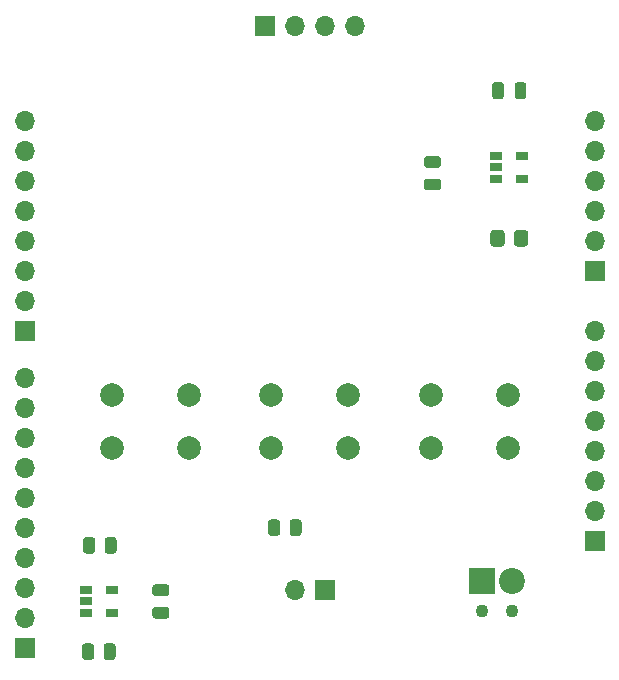
<source format=gbr>
%TF.GenerationSoftware,KiCad,Pcbnew,(5.1.7)-1*%
%TF.CreationDate,2020-11-11T20:37:37-05:00*%
%TF.ProjectId,Temp Probe,54656d70-2050-4726-9f62-652e6b696361,rev?*%
%TF.SameCoordinates,Original*%
%TF.FileFunction,Soldermask,Top*%
%TF.FilePolarity,Negative*%
%FSLAX46Y46*%
G04 Gerber Fmt 4.6, Leading zero omitted, Abs format (unit mm)*
G04 Created by KiCad (PCBNEW (5.1.7)-1) date 2020-11-11 20:37:37*
%MOMM*%
%LPD*%
G01*
G04 APERTURE LIST*
%ADD10C,1.100000*%
%ADD11C,2.200000*%
%ADD12R,2.200000X2.200000*%
%ADD13R,1.060000X0.650000*%
%ADD14O,1.700000X1.700000*%
%ADD15R,1.700000X1.700000*%
%ADD16C,2.000000*%
G04 APERTURE END LIST*
D10*
%TO.C,TH1*%
X71750000Y-122540000D03*
D11*
X71750000Y-120000000D03*
D10*
X69210000Y-122540000D03*
D12*
X69210000Y-120000000D03*
%TD*%
D13*
%TO.C,U1*%
X37850000Y-120800000D03*
X37850000Y-122700000D03*
X35650000Y-122700000D03*
X35650000Y-121750000D03*
X35650000Y-120800000D03*
%TD*%
%TO.C,U2*%
X72600000Y-84050000D03*
X72600000Y-85950000D03*
X70400000Y-85950000D03*
X70400000Y-85000000D03*
X70400000Y-84050000D03*
%TD*%
%TO.C,R1*%
G36*
G01*
X71100000Y-90549999D02*
X71100000Y-91450001D01*
G75*
G02*
X70850001Y-91700000I-249999J0D01*
G01*
X70149999Y-91700000D01*
G75*
G02*
X69900000Y-91450001I0J249999D01*
G01*
X69900000Y-90549999D01*
G75*
G02*
X70149999Y-90300000I249999J0D01*
G01*
X70850001Y-90300000D01*
G75*
G02*
X71100000Y-90549999I0J-249999D01*
G01*
G37*
G36*
G01*
X73100000Y-90549999D02*
X73100000Y-91450001D01*
G75*
G02*
X72850001Y-91700000I-249999J0D01*
G01*
X72149999Y-91700000D01*
G75*
G02*
X71900000Y-91450001I0J249999D01*
G01*
X71900000Y-90549999D01*
G75*
G02*
X72149999Y-90300000I249999J0D01*
G01*
X72850001Y-90300000D01*
G75*
G02*
X73100000Y-90549999I0J-249999D01*
G01*
G37*
%TD*%
%TO.C,R4*%
G36*
G01*
X37237500Y-117450001D02*
X37237500Y-116549999D01*
G75*
G02*
X37487499Y-116300000I249999J0D01*
G01*
X38012501Y-116300000D01*
G75*
G02*
X38262500Y-116549999I0J-249999D01*
G01*
X38262500Y-117450001D01*
G75*
G02*
X38012501Y-117700000I-249999J0D01*
G01*
X37487499Y-117700000D01*
G75*
G02*
X37237500Y-117450001I0J249999D01*
G01*
G37*
G36*
G01*
X35412500Y-117450001D02*
X35412500Y-116549999D01*
G75*
G02*
X35662499Y-116300000I249999J0D01*
G01*
X36187501Y-116300000D01*
G75*
G02*
X36437500Y-116549999I0J-249999D01*
G01*
X36437500Y-117450001D01*
G75*
G02*
X36187501Y-117700000I-249999J0D01*
G01*
X35662499Y-117700000D01*
G75*
G02*
X35412500Y-117450001I0J249999D01*
G01*
G37*
%TD*%
%TO.C,R3*%
G36*
G01*
X37150000Y-126450001D02*
X37150000Y-125549999D01*
G75*
G02*
X37399999Y-125300000I249999J0D01*
G01*
X37925001Y-125300000D01*
G75*
G02*
X38175000Y-125549999I0J-249999D01*
G01*
X38175000Y-126450001D01*
G75*
G02*
X37925001Y-126700000I-249999J0D01*
G01*
X37399999Y-126700000D01*
G75*
G02*
X37150000Y-126450001I0J249999D01*
G01*
G37*
G36*
G01*
X35325000Y-126450001D02*
X35325000Y-125549999D01*
G75*
G02*
X35574999Y-125300000I249999J0D01*
G01*
X36100001Y-125300000D01*
G75*
G02*
X36350000Y-125549999I0J-249999D01*
G01*
X36350000Y-126450001D01*
G75*
G02*
X36100001Y-126700000I-249999J0D01*
G01*
X35574999Y-126700000D01*
G75*
G02*
X35325000Y-126450001I0J249999D01*
G01*
G37*
%TD*%
%TO.C,R2*%
G36*
G01*
X52900000Y-115950001D02*
X52900000Y-115049999D01*
G75*
G02*
X53149999Y-114800000I249999J0D01*
G01*
X53675001Y-114800000D01*
G75*
G02*
X53925000Y-115049999I0J-249999D01*
G01*
X53925000Y-115950001D01*
G75*
G02*
X53675001Y-116200000I-249999J0D01*
G01*
X53149999Y-116200000D01*
G75*
G02*
X52900000Y-115950001I0J249999D01*
G01*
G37*
G36*
G01*
X51075000Y-115950001D02*
X51075000Y-115049999D01*
G75*
G02*
X51324999Y-114800000I249999J0D01*
G01*
X51850001Y-114800000D01*
G75*
G02*
X52100000Y-115049999I0J-249999D01*
G01*
X52100000Y-115950001D01*
G75*
G02*
X51850001Y-116200000I-249999J0D01*
G01*
X51324999Y-116200000D01*
G75*
G02*
X51075000Y-115950001I0J249999D01*
G01*
G37*
%TD*%
%TO.C,C3*%
G36*
G01*
X42475000Y-121300000D02*
X41525000Y-121300000D01*
G75*
G02*
X41275000Y-121050000I0J250000D01*
G01*
X41275000Y-120550000D01*
G75*
G02*
X41525000Y-120300000I250000J0D01*
G01*
X42475000Y-120300000D01*
G75*
G02*
X42725000Y-120550000I0J-250000D01*
G01*
X42725000Y-121050000D01*
G75*
G02*
X42475000Y-121300000I-250000J0D01*
G01*
G37*
G36*
G01*
X42475000Y-123200000D02*
X41525000Y-123200000D01*
G75*
G02*
X41275000Y-122950000I0J250000D01*
G01*
X41275000Y-122450000D01*
G75*
G02*
X41525000Y-122200000I250000J0D01*
G01*
X42475000Y-122200000D01*
G75*
G02*
X42725000Y-122450000I0J-250000D01*
G01*
X42725000Y-122950000D01*
G75*
G02*
X42475000Y-123200000I-250000J0D01*
G01*
G37*
%TD*%
%TO.C,C2*%
G36*
G01*
X71050000Y-78025000D02*
X71050000Y-78975000D01*
G75*
G02*
X70800000Y-79225000I-250000J0D01*
G01*
X70300000Y-79225000D01*
G75*
G02*
X70050000Y-78975000I0J250000D01*
G01*
X70050000Y-78025000D01*
G75*
G02*
X70300000Y-77775000I250000J0D01*
G01*
X70800000Y-77775000D01*
G75*
G02*
X71050000Y-78025000I0J-250000D01*
G01*
G37*
G36*
G01*
X72950000Y-78025000D02*
X72950000Y-78975000D01*
G75*
G02*
X72700000Y-79225000I-250000J0D01*
G01*
X72200000Y-79225000D01*
G75*
G02*
X71950000Y-78975000I0J250000D01*
G01*
X71950000Y-78025000D01*
G75*
G02*
X72200000Y-77775000I250000J0D01*
G01*
X72700000Y-77775000D01*
G75*
G02*
X72950000Y-78025000I0J-250000D01*
G01*
G37*
%TD*%
%TO.C,C1*%
G36*
G01*
X65475000Y-85050000D02*
X64525000Y-85050000D01*
G75*
G02*
X64275000Y-84800000I0J250000D01*
G01*
X64275000Y-84300000D01*
G75*
G02*
X64525000Y-84050000I250000J0D01*
G01*
X65475000Y-84050000D01*
G75*
G02*
X65725000Y-84300000I0J-250000D01*
G01*
X65725000Y-84800000D01*
G75*
G02*
X65475000Y-85050000I-250000J0D01*
G01*
G37*
G36*
G01*
X65475000Y-86950000D02*
X64525000Y-86950000D01*
G75*
G02*
X64275000Y-86700000I0J250000D01*
G01*
X64275000Y-86200000D01*
G75*
G02*
X64525000Y-85950000I250000J0D01*
G01*
X65475000Y-85950000D01*
G75*
G02*
X65725000Y-86200000I0J-250000D01*
G01*
X65725000Y-86700000D01*
G75*
G02*
X65475000Y-86950000I-250000J0D01*
G01*
G37*
%TD*%
D14*
%TO.C,U3*%
X58430000Y-73000000D03*
X55890000Y-73000000D03*
X53350000Y-73000000D03*
D15*
X50810000Y-73000000D03*
%TD*%
D16*
%TO.C,SW1*%
X44360000Y-104250000D03*
X44360000Y-108750000D03*
X37860000Y-104250000D03*
X37860000Y-108750000D03*
%TD*%
%TO.C,SW2*%
X57860000Y-104250000D03*
X57860000Y-108750000D03*
X51360000Y-104250000D03*
X51360000Y-108750000D03*
%TD*%
%TO.C,SW3*%
X71360000Y-104250000D03*
X71360000Y-108750000D03*
X64860000Y-104250000D03*
X64860000Y-108750000D03*
%TD*%
D14*
%TO.C,J4*%
X30480000Y-102870000D03*
X30480000Y-105410000D03*
X30480000Y-107950000D03*
X30480000Y-110490000D03*
X30480000Y-113030000D03*
X30480000Y-115570000D03*
X30480000Y-118110000D03*
X30480000Y-120650000D03*
X30480000Y-123190000D03*
D15*
X30480000Y-125730000D03*
%TD*%
D14*
%TO.C,J3*%
X78740000Y-98840000D03*
X78740000Y-101380000D03*
X78740000Y-103920000D03*
X78740000Y-106460000D03*
X78740000Y-109000000D03*
X78740000Y-111540000D03*
X78740000Y-114080000D03*
D15*
X78740000Y-116620000D03*
%TD*%
D14*
%TO.C,J2*%
X30480000Y-81030000D03*
X30480000Y-83570000D03*
X30480000Y-86110000D03*
X30480000Y-88650000D03*
X30480000Y-91190000D03*
X30480000Y-93730000D03*
X30480000Y-96270000D03*
D15*
X30480000Y-98810000D03*
%TD*%
D14*
%TO.C,J1*%
X78740000Y-81060000D03*
X78740000Y-83600000D03*
X78740000Y-86140000D03*
X78740000Y-88680000D03*
X78740000Y-91220000D03*
D15*
X78740000Y-93760000D03*
%TD*%
D14*
%TO.C,D1*%
X53320000Y-120750000D03*
D15*
X55860000Y-120750000D03*
%TD*%
M02*

</source>
